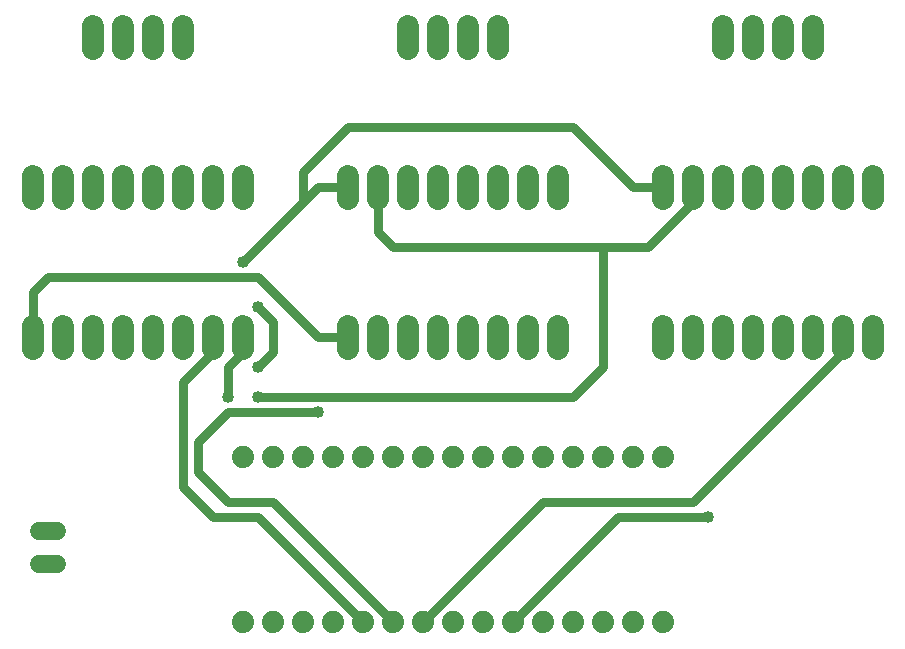
<source format=gbr>
G75*
G70*
%OFA0B0*%
%FSLAX24Y24*%
%IPPOS*%
%LPD*%
%AMOC8*
5,1,8,0,0,1.08239X$1,22.5*
%
%ADD10C,0.0740*%
%ADD11R,0.0200X0.0200*%
%ADD12C,0.0740*%
%ADD13C,0.0600*%
%ADD14R,0.0230X0.0230*%
%ADD15C,0.0300*%
%ADD16C,0.0400*%
D10*
X008600Y001600D03*
X009600Y001600D03*
X010600Y001600D03*
X011600Y001600D03*
X012600Y001600D03*
X013600Y001600D03*
X014600Y001600D03*
X015600Y001600D03*
X016600Y001600D03*
X017600Y001600D03*
X018600Y001600D03*
X019600Y001600D03*
X020600Y001600D03*
X021600Y001600D03*
X022600Y001600D03*
X022600Y007100D03*
X021600Y007100D03*
X020600Y007100D03*
X019600Y007100D03*
X018600Y007100D03*
X017600Y007100D03*
X016600Y007100D03*
X015600Y007100D03*
X014600Y007100D03*
X013600Y007100D03*
X012600Y007100D03*
X011600Y007100D03*
X010600Y007100D03*
X009600Y007100D03*
X008600Y007100D03*
D11*
X008600Y007100D03*
X009600Y007100D03*
X010600Y007100D03*
X011600Y007100D03*
X012600Y007100D03*
X013600Y007100D03*
X014600Y007100D03*
X015600Y007100D03*
X016600Y007100D03*
X017600Y007100D03*
X018600Y007100D03*
X019600Y007100D03*
X020600Y007100D03*
X021600Y007100D03*
X022600Y007100D03*
X022600Y011100D03*
X023600Y011100D03*
X024600Y011100D03*
X025600Y011100D03*
X026600Y011100D03*
X027600Y011100D03*
X028600Y011100D03*
X029600Y011100D03*
X029600Y016100D03*
X028600Y016100D03*
X027600Y016100D03*
X026600Y016100D03*
X025600Y016100D03*
X024600Y016100D03*
X023600Y016100D03*
X022600Y016100D03*
X019100Y016100D03*
X018100Y016100D03*
X017100Y016100D03*
X016100Y016100D03*
X015100Y016100D03*
X014100Y016100D03*
X013100Y016100D03*
X012100Y016100D03*
X008600Y016100D03*
X007600Y016100D03*
X006600Y016100D03*
X005600Y016100D03*
X004600Y016100D03*
X003600Y016100D03*
X002600Y016100D03*
X001600Y016100D03*
X001600Y011100D03*
X002600Y011100D03*
X003600Y011100D03*
X004600Y011100D03*
X005600Y011100D03*
X006600Y011100D03*
X007600Y011100D03*
X008600Y011100D03*
X012100Y011100D03*
X013100Y011100D03*
X014100Y011100D03*
X015100Y011100D03*
X016100Y011100D03*
X017100Y011100D03*
X018100Y011100D03*
X019100Y011100D03*
X018600Y001600D03*
X017600Y001600D03*
X016600Y001600D03*
X015600Y001600D03*
X014600Y001600D03*
X013600Y001600D03*
X012600Y001600D03*
X011600Y001600D03*
X010600Y001600D03*
X009600Y001600D03*
X008600Y001600D03*
X019600Y001600D03*
X020600Y001600D03*
X021600Y001600D03*
X022600Y001600D03*
X024600Y021100D03*
X025600Y021100D03*
X026600Y021100D03*
X027600Y021100D03*
X017100Y021100D03*
X016100Y021100D03*
X015100Y021100D03*
X014100Y021100D03*
X006600Y021100D03*
X005600Y021100D03*
X004600Y021100D03*
X003600Y021100D03*
D12*
X003600Y021470D02*
X003600Y020730D01*
X004600Y020730D02*
X004600Y021470D01*
X005600Y021470D02*
X005600Y020730D01*
X006600Y020730D02*
X006600Y021470D01*
X006600Y016470D02*
X006600Y015730D01*
X005600Y015730D02*
X005600Y016470D01*
X004600Y016470D02*
X004600Y015730D01*
X003600Y015730D02*
X003600Y016470D01*
X002600Y016470D02*
X002600Y015730D01*
X001600Y015730D02*
X001600Y016470D01*
X007600Y016470D02*
X007600Y015730D01*
X008600Y015730D02*
X008600Y016470D01*
X012100Y016470D02*
X012100Y015730D01*
X013100Y015730D02*
X013100Y016470D01*
X014100Y016470D02*
X014100Y015730D01*
X015100Y015730D02*
X015100Y016470D01*
X016100Y016470D02*
X016100Y015730D01*
X017100Y015730D02*
X017100Y016470D01*
X018100Y016470D02*
X018100Y015730D01*
X019100Y015730D02*
X019100Y016470D01*
X022600Y016470D02*
X022600Y015730D01*
X023600Y015730D02*
X023600Y016470D01*
X024600Y016470D02*
X024600Y015730D01*
X025600Y015730D02*
X025600Y016470D01*
X026600Y016470D02*
X026600Y015730D01*
X027600Y015730D02*
X027600Y016470D01*
X028600Y016470D02*
X028600Y015730D01*
X029600Y015730D02*
X029600Y016470D01*
X027600Y020730D02*
X027600Y021470D01*
X026600Y021470D02*
X026600Y020730D01*
X025600Y020730D02*
X025600Y021470D01*
X024600Y021470D02*
X024600Y020730D01*
X017100Y020730D02*
X017100Y021470D01*
X016100Y021470D02*
X016100Y020730D01*
X015100Y020730D02*
X015100Y021470D01*
X014100Y021470D02*
X014100Y020730D01*
X014100Y011470D02*
X014100Y010730D01*
X013100Y010730D02*
X013100Y011470D01*
X012100Y011470D02*
X012100Y010730D01*
X015100Y010730D02*
X015100Y011470D01*
X016100Y011470D02*
X016100Y010730D01*
X017100Y010730D02*
X017100Y011470D01*
X018100Y011470D02*
X018100Y010730D01*
X019100Y010730D02*
X019100Y011470D01*
X022600Y011470D02*
X022600Y010730D01*
X023600Y010730D02*
X023600Y011470D01*
X024600Y011470D02*
X024600Y010730D01*
X025600Y010730D02*
X025600Y011470D01*
X026600Y011470D02*
X026600Y010730D01*
X027600Y010730D02*
X027600Y011470D01*
X028600Y011470D02*
X028600Y010730D01*
X029600Y010730D02*
X029600Y011470D01*
X008600Y011470D02*
X008600Y010730D01*
X007600Y010730D02*
X007600Y011470D01*
X006600Y011470D02*
X006600Y010730D01*
X005600Y010730D02*
X005600Y011470D01*
X004600Y011470D02*
X004600Y010730D01*
X003600Y010730D02*
X003600Y011470D01*
X002600Y011470D02*
X002600Y010730D01*
X001600Y010730D02*
X001600Y011470D01*
D13*
X001800Y003550D02*
X002400Y003550D01*
X002400Y004650D02*
X001800Y004650D01*
D14*
X002100Y004600D03*
X002100Y003600D03*
D15*
X006600Y006100D02*
X006600Y009600D01*
X007600Y010600D01*
X007600Y011100D01*
X008600Y011100D02*
X008600Y010600D01*
X008100Y010100D01*
X008100Y009100D01*
X008100Y008600D02*
X011100Y008600D01*
X009100Y009100D02*
X019600Y009100D01*
X020600Y010100D01*
X020600Y014100D01*
X013600Y014100D01*
X013100Y014600D01*
X013100Y016100D01*
X012100Y016100D02*
X011100Y016100D01*
X010600Y015600D01*
X010600Y016600D01*
X012100Y018100D01*
X019600Y018100D01*
X021600Y016100D01*
X022600Y016100D01*
X023600Y016100D02*
X023600Y015600D01*
X022100Y014100D01*
X020600Y014100D01*
X028600Y011100D02*
X028600Y010600D01*
X023600Y005600D01*
X018600Y005600D01*
X014600Y001600D01*
X013600Y001600D02*
X009600Y005600D01*
X008100Y005600D01*
X007100Y006600D01*
X007100Y007600D01*
X008100Y008600D01*
X009100Y010100D02*
X009600Y010600D01*
X009600Y011600D01*
X009100Y012100D01*
X009100Y013100D02*
X011100Y011100D01*
X012100Y011100D01*
X009100Y013100D02*
X002100Y013100D01*
X001600Y012600D01*
X001600Y011100D01*
X006600Y006100D02*
X007600Y005100D01*
X009100Y005100D01*
X012600Y001600D01*
X017600Y001600D02*
X021100Y005100D01*
X024100Y005100D01*
X010600Y015600D02*
X008600Y013600D01*
D16*
X008600Y013600D03*
X009100Y012100D03*
X009100Y010100D03*
X009100Y009100D03*
X008100Y009100D03*
X011100Y008600D03*
X024100Y005100D03*
M02*

</source>
